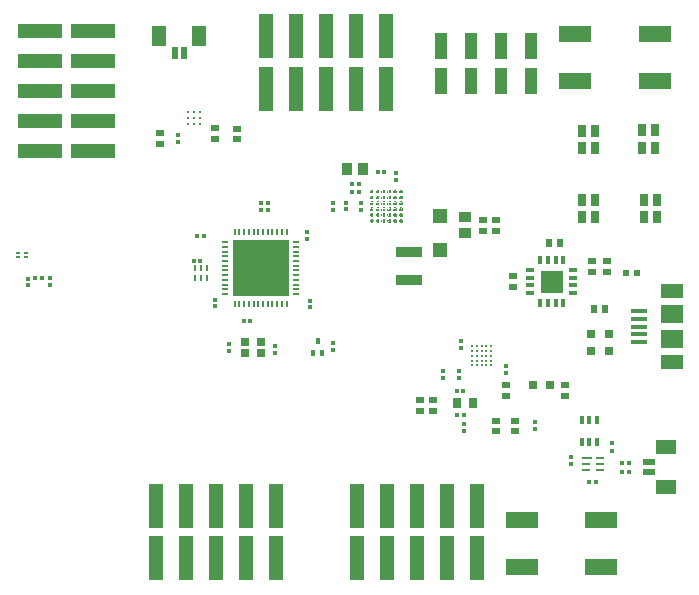
<source format=gtp>
G04 Layer_Color=8421504*
%FSLAX25Y25*%
%MOIN*%
G70*
G01*
G75*
%ADD10R,0.10827X0.05512*%
%ADD11R,0.01181X0.01378*%
%ADD12R,0.01378X0.01181*%
%ADD13R,0.03150X0.03150*%
%ADD14R,0.05000X0.15000*%
%ADD15R,0.15000X0.05000*%
%ADD16R,0.01969X0.04331*%
%ADD17R,0.04724X0.06693*%
%ADD18R,0.02362X0.02520*%
%ADD19R,0.02520X0.02362*%
%ADD20R,0.03150X0.03937*%
%ADD21R,0.01260X0.01260*%
%ADD22R,0.01260X0.01260*%
%ADD23R,0.03937X0.03543*%
%ADD27R,0.00984X0.02165*%
G04:AMPARAMS|DCode=28|XSize=9mil|YSize=9mil|CornerRadius=4.5mil|HoleSize=0mil|Usage=FLASHONLY|Rotation=0.000|XOffset=0mil|YOffset=0mil|HoleType=Round|Shape=RoundedRectangle|*
%AMROUNDEDRECTD28*
21,1,0.00900,0.00000,0,0,0.0*
21,1,0.00000,0.00900,0,0,0.0*
1,1,0.00900,0.00000,0.00000*
1,1,0.00900,0.00000,0.00000*
1,1,0.00900,0.00000,0.00000*
1,1,0.00900,0.00000,0.00000*
%
%ADD28ROUNDEDRECTD28*%
%ADD29C,0.01083*%
%ADD31R,0.04331X0.01969*%
%ADD32R,0.06693X0.04724*%
%ADD33R,0.03543X0.03937*%
%ADD34R,0.02795X0.03622*%
%ADD35R,0.09055X0.03347*%
%ADD36R,0.04016X0.08622*%
%ADD37R,0.01181X0.02835*%
%ADD38R,0.02835X0.01181*%
%ADD40O,0.02559X0.00787*%
%ADD41O,0.00787X0.02559*%
%ADD42R,0.18504X0.18504*%
%ADD43R,0.02165X0.02362*%
%ADD44R,0.01575X0.02598*%
%ADD45R,0.04724X0.04921*%
%ADD46R,0.03347X0.01102*%
%ADD47R,0.02953X0.01102*%
%ADD48R,0.01417X0.01969*%
%ADD49R,0.01575X0.01969*%
%ADD50R,0.07480X0.04724*%
%ADD51R,0.05315X0.01575*%
%ADD52R,0.07480X0.06299*%
%ADD53R,0.02953X0.02559*%
%ADD75C,0.00197*%
%ADD76R,0.01181X0.00984*%
%ADD77R,0.00591X0.00197*%
%ADD78R,0.00197X0.00591*%
%ADD79R,0.00591X0.00591*%
%ADD80R,0.00591X0.00197*%
%ADD81R,0.00197X0.00591*%
%ADD82R,0.00197X0.00591*%
%ADD83R,0.00591X0.00591*%
%ADD84R,0.00197X0.00591*%
%ADD85R,0.07480X0.07480*%
%ADD86C,0.00000*%
D10*
X200787Y10726D02*
D03*
Y26474D02*
D03*
X174213Y10726D02*
D03*
Y26474D02*
D03*
X191913Y188474D02*
D03*
Y172726D02*
D03*
X218487Y188474D02*
D03*
Y172726D02*
D03*
D11*
X198981Y39073D02*
D03*
X196619D02*
D03*
X154881Y61423D02*
D03*
X152519D02*
D03*
X207619Y45573D02*
D03*
X209981D02*
D03*
X14381Y106998D02*
D03*
X12019D02*
D03*
D12*
X190800Y47435D02*
D03*
Y45073D02*
D03*
X204300Y51935D02*
D03*
Y49573D02*
D03*
X154100Y83742D02*
D03*
Y86104D02*
D03*
X155000Y56042D02*
D03*
Y58404D02*
D03*
X153200Y73761D02*
D03*
Y76123D02*
D03*
X168900Y75323D02*
D03*
Y77685D02*
D03*
X132200Y139619D02*
D03*
Y141981D02*
D03*
X111179Y129803D02*
D03*
Y132165D02*
D03*
X59500Y152419D02*
D03*
Y154781D02*
D03*
X111200Y83119D02*
D03*
Y85481D02*
D03*
X178500Y56719D02*
D03*
Y59081D02*
D03*
X89700Y129819D02*
D03*
Y132181D02*
D03*
X87200Y129819D02*
D03*
Y132181D02*
D03*
X147900Y76204D02*
D03*
Y73842D02*
D03*
D13*
X197247Y88373D02*
D03*
X203153D02*
D03*
X183753Y71523D02*
D03*
X177847D02*
D03*
X197247Y82873D02*
D03*
X203153D02*
D03*
D14*
X92400Y31150D02*
D03*
Y13650D02*
D03*
X82400Y31150D02*
D03*
Y13650D02*
D03*
X72400Y31150D02*
D03*
Y13650D02*
D03*
X62400Y31150D02*
D03*
Y13650D02*
D03*
X52400Y31150D02*
D03*
Y13650D02*
D03*
X89000Y170250D02*
D03*
Y187750D02*
D03*
X99000Y170250D02*
D03*
Y187750D02*
D03*
X109000Y170250D02*
D03*
Y187750D02*
D03*
X119000Y170250D02*
D03*
Y187750D02*
D03*
X129000Y170250D02*
D03*
Y187750D02*
D03*
X159400Y31150D02*
D03*
Y13650D02*
D03*
X149400Y31150D02*
D03*
Y13650D02*
D03*
X139400Y31150D02*
D03*
Y13650D02*
D03*
X129400Y31150D02*
D03*
Y13650D02*
D03*
X119400Y31150D02*
D03*
Y13650D02*
D03*
D15*
X31150Y149500D02*
D03*
X13650D02*
D03*
X31150Y159500D02*
D03*
X13650D02*
D03*
X31150Y169500D02*
D03*
X13650D02*
D03*
X31150Y179500D02*
D03*
X13650D02*
D03*
X31150Y189500D02*
D03*
X13650D02*
D03*
D16*
X58525Y182100D02*
D03*
X61675D02*
D03*
D17*
X66793Y187612D02*
D03*
X53407D02*
D03*
D18*
X183389Y118873D02*
D03*
X187011D02*
D03*
X202011Y96873D02*
D03*
X198389D02*
D03*
D19*
X188800Y67912D02*
D03*
Y71534D02*
D03*
X197700Y112684D02*
D03*
Y109062D02*
D03*
X202700Y112684D02*
D03*
Y109062D02*
D03*
X140400Y62912D02*
D03*
Y66534D02*
D03*
X144700Y62912D02*
D03*
Y66534D02*
D03*
X172100Y55962D02*
D03*
Y59584D02*
D03*
X169100Y67812D02*
D03*
Y71434D02*
D03*
X165500Y55962D02*
D03*
Y59584D02*
D03*
X53500Y151889D02*
D03*
Y155511D02*
D03*
X79300Y153289D02*
D03*
Y156911D02*
D03*
X72000Y153389D02*
D03*
Y157011D02*
D03*
X165700Y122889D02*
D03*
Y126511D02*
D03*
X161200Y122889D02*
D03*
Y126511D02*
D03*
X171200Y104062D02*
D03*
Y107684D02*
D03*
D20*
X219165Y133253D02*
D03*
X219165Y127347D02*
D03*
X214835Y127347D02*
D03*
X214835Y133253D02*
D03*
X198665Y156253D02*
D03*
X198665Y150347D02*
D03*
X194335Y150347D02*
D03*
X194335Y156253D02*
D03*
X198665Y133253D02*
D03*
X198665Y127347D02*
D03*
X194335Y127347D02*
D03*
X194335Y133253D02*
D03*
X218665Y156353D02*
D03*
X218665Y150447D02*
D03*
X214335Y150447D02*
D03*
X214335Y156353D02*
D03*
D21*
X154802Y69323D02*
D03*
X152598D02*
D03*
X128402Y142300D02*
D03*
X126198D02*
D03*
X117676Y135784D02*
D03*
X119881D02*
D03*
X117676Y138484D02*
D03*
X119881D02*
D03*
X64898Y112800D02*
D03*
X67102D02*
D03*
X66098Y121200D02*
D03*
X68302D02*
D03*
X83802Y92900D02*
D03*
X81598D02*
D03*
X209902Y42573D02*
D03*
X207698D02*
D03*
D22*
X120479Y132087D02*
D03*
Y129882D02*
D03*
X115779Y129982D02*
D03*
Y132187D02*
D03*
X102500Y122402D02*
D03*
Y120198D02*
D03*
X9600Y104695D02*
D03*
Y106900D02*
D03*
X17000Y104795D02*
D03*
Y107000D02*
D03*
X72000Y97698D02*
D03*
Y99902D02*
D03*
X103700Y97298D02*
D03*
Y99502D02*
D03*
X91900Y82098D02*
D03*
Y84302D02*
D03*
X76700Y85002D02*
D03*
Y82798D02*
D03*
D23*
X155400Y122043D02*
D03*
Y127357D02*
D03*
D27*
X65211Y106957D02*
D03*
X67180D02*
D03*
X69148D02*
D03*
Y110303D02*
D03*
X67180D02*
D03*
X65211D02*
D03*
D28*
X157676Y82698D02*
D03*
Y84272D02*
D03*
X159250D02*
D03*
Y82698D02*
D03*
X160825D02*
D03*
X157676Y81123D02*
D03*
X160825D02*
D03*
X157676Y79548D02*
D03*
Y77973D02*
D03*
X159250Y81123D02*
D03*
Y79548D02*
D03*
X160825D02*
D03*
X159250Y77973D02*
D03*
X160825D02*
D03*
X162400Y84272D02*
D03*
X160825D02*
D03*
X162400Y81123D02*
D03*
Y82698D02*
D03*
X163975Y84272D02*
D03*
Y81123D02*
D03*
Y82698D02*
D03*
X162400Y79548D02*
D03*
Y77973D02*
D03*
X163975Y79548D02*
D03*
Y77973D02*
D03*
D29*
X64900Y162268D02*
D03*
X62931D02*
D03*
Y160300D02*
D03*
X64900D02*
D03*
X62931Y158332D02*
D03*
X64900D02*
D03*
X66868Y162268D02*
D03*
Y160300D02*
D03*
Y158332D02*
D03*
D31*
X216800Y45648D02*
D03*
Y42498D02*
D03*
D32*
X222312Y37380D02*
D03*
Y50766D02*
D03*
D33*
X116121Y143284D02*
D03*
X121436D02*
D03*
D34*
X152544Y65423D02*
D03*
X158056D02*
D03*
D35*
X136779Y106557D02*
D03*
Y115612D02*
D03*
D36*
X167200Y172832D02*
D03*
Y184368D02*
D03*
X157200D02*
D03*
Y172832D02*
D03*
X147200Y184368D02*
D03*
Y172832D02*
D03*
X177200D02*
D03*
Y184368D02*
D03*
D37*
X180361Y113058D02*
D03*
X182921D02*
D03*
X185479D02*
D03*
X188039D02*
D03*
Y98688D02*
D03*
X185479D02*
D03*
X182921D02*
D03*
X180361D02*
D03*
D38*
X191385Y109712D02*
D03*
Y107153D02*
D03*
Y104594D02*
D03*
Y102035D02*
D03*
X177015D02*
D03*
Y104594D02*
D03*
Y107153D02*
D03*
Y109712D02*
D03*
D40*
X99110Y101739D02*
D03*
Y103313D02*
D03*
Y104888D02*
D03*
Y106463D02*
D03*
Y108038D02*
D03*
Y109613D02*
D03*
Y111187D02*
D03*
Y112762D02*
D03*
Y114337D02*
D03*
Y115912D02*
D03*
Y117487D02*
D03*
Y119061D02*
D03*
X75291D02*
D03*
Y117487D02*
D03*
Y115912D02*
D03*
Y114337D02*
D03*
Y112762D02*
D03*
Y111187D02*
D03*
Y109613D02*
D03*
Y108038D02*
D03*
Y106463D02*
D03*
Y104888D02*
D03*
Y103313D02*
D03*
Y101739D02*
D03*
D41*
X95861Y122309D02*
D03*
X94287D02*
D03*
X92712D02*
D03*
X91137D02*
D03*
X89562D02*
D03*
X87987D02*
D03*
X86413D02*
D03*
X84838D02*
D03*
X83263D02*
D03*
X81688D02*
D03*
X80113D02*
D03*
X78539D02*
D03*
Y98491D02*
D03*
X80113D02*
D03*
X81688D02*
D03*
X83263D02*
D03*
X84838D02*
D03*
X86413D02*
D03*
X87987D02*
D03*
X89562D02*
D03*
X91137D02*
D03*
X92712D02*
D03*
X94287D02*
D03*
X95861D02*
D03*
D42*
X87200Y110400D02*
D03*
D43*
X212570Y108873D02*
D03*
X208830D02*
D03*
D44*
X194241Y52431D02*
D03*
X196800D02*
D03*
X199359D02*
D03*
Y59715D02*
D03*
X196800D02*
D03*
X194241D02*
D03*
D45*
X146979Y127893D02*
D03*
Y116476D02*
D03*
D46*
X195997Y47010D02*
D03*
D47*
X195800Y45042D02*
D03*
Y43073D02*
D03*
X200327Y47010D02*
D03*
Y45042D02*
D03*
Y43073D02*
D03*
D48*
X104625Y82231D02*
D03*
X107775D02*
D03*
D49*
X106200Y86168D02*
D03*
D50*
X224200Y102684D02*
D03*
X224200Y79062D02*
D03*
D51*
X213174Y85755D02*
D03*
X213174Y88314D02*
D03*
Y90873D02*
D03*
Y93432D02*
D03*
Y95991D02*
D03*
D52*
X224200Y95007D02*
D03*
Y86739D02*
D03*
D53*
X82141Y81932D02*
D03*
X87259D02*
D03*
X82141Y85869D02*
D03*
X87259D02*
D03*
D75*
X133903Y126258D02*
G03*
X133903Y126258I-98J0D01*
G01*
X134494Y125668D02*
G03*
X134494Y125668I-98J0D01*
G01*
Y126258D02*
G03*
X134494Y126258I-98J0D01*
G01*
X133903Y125668D02*
G03*
X133903Y125668I-98J0D01*
G01*
X131935Y126258D02*
G03*
X131935Y126258I-98J0D01*
G01*
X132525Y125668D02*
G03*
X132525Y125668I-98J0D01*
G01*
Y126258D02*
G03*
X132525Y126258I-98J0D01*
G01*
X131935Y125668D02*
G03*
X131935Y125668I-98J0D01*
G01*
X129966Y126258D02*
G03*
X129966Y126258I-98J0D01*
G01*
X130557Y125668D02*
G03*
X130557Y125668I-98J0D01*
G01*
Y126258D02*
G03*
X130557Y126258I-98J0D01*
G01*
X129966Y125668D02*
G03*
X129966Y125668I-98J0D01*
G01*
X127998Y126258D02*
G03*
X127998Y126258I-98J0D01*
G01*
X128588Y125668D02*
G03*
X128588Y125668I-98J0D01*
G01*
Y126258D02*
G03*
X128588Y126258I-98J0D01*
G01*
X127998Y125668D02*
G03*
X127998Y125668I-98J0D01*
G01*
X126029Y126258D02*
G03*
X126029Y126258I-98J0D01*
G01*
X126620Y125668D02*
G03*
X126620Y125668I-98J0D01*
G01*
Y126258D02*
G03*
X126620Y126258I-98J0D01*
G01*
X126029Y125668D02*
G03*
X126029Y125668I-98J0D01*
G01*
X124061Y126258D02*
G03*
X124061Y126258I-98J0D01*
G01*
X124651Y125668D02*
G03*
X124651Y125668I-98J0D01*
G01*
Y126258D02*
G03*
X124651Y126258I-98J0D01*
G01*
X124061Y125668D02*
G03*
X124061Y125668I-98J0D01*
G01*
X133903Y128227D02*
G03*
X133903Y128227I-98J0D01*
G01*
X134494Y127636D02*
G03*
X134494Y127636I-98J0D01*
G01*
Y128227D02*
G03*
X134494Y128227I-98J0D01*
G01*
X133903Y127636D02*
G03*
X133903Y127636I-98J0D01*
G01*
X131935Y128227D02*
G03*
X131935Y128227I-98J0D01*
G01*
X132525Y127636D02*
G03*
X132525Y127636I-98J0D01*
G01*
Y128227D02*
G03*
X132525Y128227I-98J0D01*
G01*
X131935Y127636D02*
G03*
X131935Y127636I-98J0D01*
G01*
X129966Y128227D02*
G03*
X129966Y128227I-98J0D01*
G01*
X130557Y127636D02*
G03*
X130557Y127636I-98J0D01*
G01*
Y128227D02*
G03*
X130557Y128227I-98J0D01*
G01*
X129966Y127636D02*
G03*
X129966Y127636I-98J0D01*
G01*
X127998Y128227D02*
G03*
X127998Y128227I-98J0D01*
G01*
X128588Y127636D02*
G03*
X128588Y127636I-98J0D01*
G01*
Y128227D02*
G03*
X128588Y128227I-98J0D01*
G01*
X127998Y127636D02*
G03*
X127998Y127636I-98J0D01*
G01*
X126029Y128227D02*
G03*
X126029Y128227I-98J0D01*
G01*
X126620Y127636D02*
G03*
X126620Y127636I-98J0D01*
G01*
Y128227D02*
G03*
X126620Y128227I-98J0D01*
G01*
X126029Y127636D02*
G03*
X126029Y127636I-98J0D01*
G01*
X124061Y128227D02*
G03*
X124061Y128227I-98J0D01*
G01*
X124651Y127636D02*
G03*
X124651Y127636I-98J0D01*
G01*
Y128227D02*
G03*
X124651Y128227I-98J0D01*
G01*
X124061Y127636D02*
G03*
X124061Y127636I-98J0D01*
G01*
X133903Y130195D02*
G03*
X133903Y130195I-98J0D01*
G01*
X134494Y129605D02*
G03*
X134494Y129605I-98J0D01*
G01*
Y130195D02*
G03*
X134494Y130195I-98J0D01*
G01*
X133903Y129605D02*
G03*
X133903Y129605I-98J0D01*
G01*
X131935Y130195D02*
G03*
X131935Y130195I-98J0D01*
G01*
X132525Y129605D02*
G03*
X132525Y129605I-98J0D01*
G01*
Y130195D02*
G03*
X132525Y130195I-98J0D01*
G01*
X131935Y129605D02*
G03*
X131935Y129605I-98J0D01*
G01*
X129966Y130195D02*
G03*
X129966Y130195I-98J0D01*
G01*
X130557Y129605D02*
G03*
X130557Y129605I-98J0D01*
G01*
Y130195D02*
G03*
X130557Y130195I-98J0D01*
G01*
X129966Y129605D02*
G03*
X129966Y129605I-98J0D01*
G01*
X127998Y130195D02*
G03*
X127998Y130195I-98J0D01*
G01*
X128588Y129605D02*
G03*
X128588Y129605I-98J0D01*
G01*
Y130195D02*
G03*
X128588Y130195I-98J0D01*
G01*
X127998Y129605D02*
G03*
X127998Y129605I-98J0D01*
G01*
X126029Y130195D02*
G03*
X126029Y130195I-98J0D01*
G01*
X126620Y129605D02*
G03*
X126620Y129605I-98J0D01*
G01*
Y130195D02*
G03*
X126620Y130195I-98J0D01*
G01*
X126029Y129605D02*
G03*
X126029Y129605I-98J0D01*
G01*
X124061Y130195D02*
G03*
X124061Y130195I-98J0D01*
G01*
X124651Y129605D02*
G03*
X124651Y129605I-98J0D01*
G01*
Y130195D02*
G03*
X124651Y130195I-98J0D01*
G01*
X124061Y129605D02*
G03*
X124061Y129605I-98J0D01*
G01*
X133903Y132164D02*
G03*
X133903Y132164I-98J0D01*
G01*
X134494Y131573D02*
G03*
X134494Y131573I-98J0D01*
G01*
Y132164D02*
G03*
X134494Y132164I-98J0D01*
G01*
X133903Y131573D02*
G03*
X133903Y131573I-98J0D01*
G01*
X131935Y132164D02*
G03*
X131935Y132164I-98J0D01*
G01*
X132525Y131573D02*
G03*
X132525Y131573I-98J0D01*
G01*
Y132164D02*
G03*
X132525Y132164I-98J0D01*
G01*
X131935Y131573D02*
G03*
X131935Y131573I-98J0D01*
G01*
X129966Y132164D02*
G03*
X129966Y132164I-98J0D01*
G01*
X130557Y131573D02*
G03*
X130557Y131573I-98J0D01*
G01*
Y132164D02*
G03*
X130557Y132164I-98J0D01*
G01*
X129966Y131573D02*
G03*
X129966Y131573I-98J0D01*
G01*
X127998Y132164D02*
G03*
X127998Y132164I-98J0D01*
G01*
X128588Y131573D02*
G03*
X128588Y131573I-98J0D01*
G01*
Y132164D02*
G03*
X128588Y132164I-98J0D01*
G01*
X127998Y131573D02*
G03*
X127998Y131573I-98J0D01*
G01*
X126029Y132164D02*
G03*
X126029Y132164I-98J0D01*
G01*
X126620Y131573D02*
G03*
X126620Y131573I-98J0D01*
G01*
Y132164D02*
G03*
X126620Y132164I-98J0D01*
G01*
X126029Y131573D02*
G03*
X126029Y131573I-98J0D01*
G01*
X124061Y132164D02*
G03*
X124061Y132164I-98J0D01*
G01*
X124651Y131573D02*
G03*
X124651Y131573I-98J0D01*
G01*
Y132164D02*
G03*
X124651Y132164I-98J0D01*
G01*
X124061Y131573D02*
G03*
X124061Y131573I-98J0D01*
G01*
X133903Y134132D02*
G03*
X133903Y134132I-98J0D01*
G01*
X134494Y133542D02*
G03*
X134494Y133542I-98J0D01*
G01*
Y134132D02*
G03*
X134494Y134132I-98J0D01*
G01*
X133903Y133542D02*
G03*
X133903Y133542I-98J0D01*
G01*
X131935Y134132D02*
G03*
X131935Y134132I-98J0D01*
G01*
X132525Y133542D02*
G03*
X132525Y133542I-98J0D01*
G01*
Y134132D02*
G03*
X132525Y134132I-98J0D01*
G01*
X131935Y133542D02*
G03*
X131935Y133542I-98J0D01*
G01*
X129966Y134132D02*
G03*
X129966Y134132I-98J0D01*
G01*
X130557Y133542D02*
G03*
X130557Y133542I-98J0D01*
G01*
Y134132D02*
G03*
X130557Y134132I-98J0D01*
G01*
X129966Y133542D02*
G03*
X129966Y133542I-98J0D01*
G01*
X127998Y134132D02*
G03*
X127998Y134132I-98J0D01*
G01*
X128588Y133542D02*
G03*
X128588Y133542I-98J0D01*
G01*
Y134132D02*
G03*
X128588Y134132I-98J0D01*
G01*
X127998Y133542D02*
G03*
X127998Y133542I-98J0D01*
G01*
X126029Y134132D02*
G03*
X126029Y134132I-98J0D01*
G01*
X126620Y133542D02*
G03*
X126620Y133542I-98J0D01*
G01*
Y134132D02*
G03*
X126620Y134132I-98J0D01*
G01*
X126029Y133542D02*
G03*
X126029Y133542I-98J0D01*
G01*
X124061Y134132D02*
G03*
X124061Y134132I-98J0D01*
G01*
X124651Y133542D02*
G03*
X124651Y133542I-98J0D01*
G01*
Y134132D02*
G03*
X124651Y134132I-98J0D01*
G01*
X124061Y133542D02*
G03*
X124061Y133542I-98J0D01*
G01*
X133903Y136101D02*
G03*
X133903Y136101I-98J0D01*
G01*
X134494Y135510D02*
G03*
X134494Y135510I-98J0D01*
G01*
Y136101D02*
G03*
X134494Y136101I-98J0D01*
G01*
X133903Y135510D02*
G03*
X133903Y135510I-98J0D01*
G01*
X131935Y136101D02*
G03*
X131935Y136101I-98J0D01*
G01*
X132525Y135510D02*
G03*
X132525Y135510I-98J0D01*
G01*
Y136101D02*
G03*
X132525Y136101I-98J0D01*
G01*
X131935Y135510D02*
G03*
X131935Y135510I-98J0D01*
G01*
X129966Y136101D02*
G03*
X129966Y136101I-98J0D01*
G01*
X130557Y135510D02*
G03*
X130557Y135510I-98J0D01*
G01*
Y136101D02*
G03*
X130557Y136101I-98J0D01*
G01*
X129966Y135510D02*
G03*
X129966Y135510I-98J0D01*
G01*
X127998Y136101D02*
G03*
X127998Y136101I-98J0D01*
G01*
X128588Y135510D02*
G03*
X128588Y135510I-98J0D01*
G01*
Y136101D02*
G03*
X128588Y136101I-98J0D01*
G01*
X127998Y135510D02*
G03*
X127998Y135510I-98J0D01*
G01*
X126029Y136101D02*
G03*
X126029Y136101I-98J0D01*
G01*
X126620Y135510D02*
G03*
X126620Y135510I-98J0D01*
G01*
Y136101D02*
G03*
X126620Y136101I-98J0D01*
G01*
X126029Y135510D02*
G03*
X126029Y135510I-98J0D01*
G01*
X124061Y136101D02*
G03*
X124061Y136101I-98J0D01*
G01*
X124651Y135510D02*
G03*
X124651Y135510I-98J0D01*
G01*
Y136101D02*
G03*
X124651Y136101I-98J0D01*
G01*
X124061Y135510D02*
G03*
X124061Y135510I-98J0D01*
G01*
D76*
X6454Y115526D02*
D03*
X6454Y114148D02*
D03*
X8816Y114148D02*
D03*
X8816Y115526D02*
D03*
D77*
X134100Y125569D02*
D03*
X134100Y126357D02*
D03*
X124257Y125569D02*
D03*
X124258Y126357D02*
D03*
X134100Y127538D02*
D03*
Y128325D02*
D03*
X124258Y127538D02*
D03*
Y128325D02*
D03*
X134100Y129506D02*
D03*
Y130294D02*
D03*
X124258Y129506D02*
D03*
Y130294D02*
D03*
X134100Y131475D02*
D03*
Y132262D02*
D03*
X124257Y131475D02*
D03*
Y132262D02*
D03*
X134100Y133443D02*
D03*
Y134231D02*
D03*
X124257Y133443D02*
D03*
Y134231D02*
D03*
X134100Y135412D02*
D03*
X134100Y136199D02*
D03*
X124257Y135412D02*
D03*
X124258Y136199D02*
D03*
D78*
X134494Y125963D02*
D03*
X133706Y125963D02*
D03*
X132525D02*
D03*
X131738D02*
D03*
X130557D02*
D03*
X129769D02*
D03*
X128588D02*
D03*
X126620D02*
D03*
X124651D02*
D03*
X134494Y127932D02*
D03*
X133706Y127931D02*
D03*
X132525D02*
D03*
X131738D02*
D03*
X130557D02*
D03*
X129769D02*
D03*
X128588D02*
D03*
X126620D02*
D03*
X124651D02*
D03*
X134494Y129900D02*
D03*
X133706Y129900D02*
D03*
X132525D02*
D03*
X131738D02*
D03*
X130557D02*
D03*
X129769D02*
D03*
X128588D02*
D03*
X126620D02*
D03*
X124651D02*
D03*
X134494Y131868D02*
D03*
X132525Y131869D02*
D03*
X130557D02*
D03*
X128588D02*
D03*
X126620D02*
D03*
X124651D02*
D03*
X134494Y133837D02*
D03*
X132525Y133837D02*
D03*
X130557D02*
D03*
X128588D02*
D03*
X126620D02*
D03*
X124651D02*
D03*
D79*
X134100Y125963D02*
D03*
X132131Y125963D02*
D03*
X130163D02*
D03*
X128195Y125963D02*
D03*
X126226D02*
D03*
X124258Y125963D02*
D03*
X134100Y135806D02*
D03*
X132131Y135805D02*
D03*
X130163D02*
D03*
X128195Y135805D02*
D03*
X126226D02*
D03*
X124258Y135806D02*
D03*
D80*
X132131Y125569D02*
D03*
Y126357D02*
D03*
X130163Y125569D02*
D03*
Y126357D02*
D03*
X128194Y125569D02*
D03*
Y126357D02*
D03*
X126226Y125569D02*
D03*
Y126357D02*
D03*
X132131Y127538D02*
D03*
Y128325D02*
D03*
X130163Y127538D02*
D03*
Y128325D02*
D03*
X128194Y127538D02*
D03*
Y128325D02*
D03*
X126226Y127538D02*
D03*
Y128325D02*
D03*
X132131Y129506D02*
D03*
Y130294D02*
D03*
X130163Y129506D02*
D03*
Y130294D02*
D03*
X128194Y129506D02*
D03*
Y130294D02*
D03*
X126226Y129506D02*
D03*
Y130294D02*
D03*
X132131Y131475D02*
D03*
Y132262D02*
D03*
X130163Y131475D02*
D03*
Y132262D02*
D03*
X128194Y131475D02*
D03*
Y132262D02*
D03*
X126226Y131475D02*
D03*
Y132262D02*
D03*
X132131Y133443D02*
D03*
Y134231D02*
D03*
X130163Y133443D02*
D03*
Y134231D02*
D03*
X128194Y133443D02*
D03*
Y134231D02*
D03*
X126226Y133443D02*
D03*
Y134231D02*
D03*
X132131Y135412D02*
D03*
Y136199D02*
D03*
X130163Y135412D02*
D03*
Y136199D02*
D03*
X128194Y135412D02*
D03*
Y136199D02*
D03*
X126226Y135412D02*
D03*
Y136199D02*
D03*
D81*
X127801Y125963D02*
D03*
X125832D02*
D03*
X127801Y127931D02*
D03*
X125832D02*
D03*
X127801Y129900D02*
D03*
X125832D02*
D03*
X123864Y131869D02*
D03*
Y133837D02*
D03*
D82*
X123864Y125963D02*
D03*
Y127931D02*
D03*
Y129900D02*
D03*
X127801Y131869D02*
D03*
X125832D02*
D03*
X127801Y133837D02*
D03*
X125832D02*
D03*
D83*
X134100Y127932D02*
D03*
X132131Y127931D02*
D03*
X130163D02*
D03*
X128194D02*
D03*
X126226D02*
D03*
X124258Y127932D02*
D03*
X134100Y129900D02*
D03*
X132131Y129900D02*
D03*
X130163D02*
D03*
X128194D02*
D03*
X126226D02*
D03*
X124258Y129900D02*
D03*
X134100Y131868D02*
D03*
X132131Y131869D02*
D03*
X130163D02*
D03*
X128194D02*
D03*
X126226D02*
D03*
X124257Y131868D02*
D03*
X134100Y133837D02*
D03*
X132131Y133837D02*
D03*
X130163D02*
D03*
X128194D02*
D03*
X126226D02*
D03*
X124257Y133837D02*
D03*
D84*
X133706Y131869D02*
D03*
X131738D02*
D03*
X129769D02*
D03*
X133706Y133837D02*
D03*
X131738D02*
D03*
X129769D02*
D03*
X134492Y135806D02*
D03*
X133706Y135805D02*
D03*
X132525D02*
D03*
X131738D02*
D03*
X130557D02*
D03*
X129769D02*
D03*
X128588Y135805D02*
D03*
X127801D02*
D03*
X126620D02*
D03*
X125832D02*
D03*
X124651D02*
D03*
X123864Y135805D02*
D03*
D85*
X184200Y105873D02*
D03*
D86*
X134100Y125963D02*
D03*
X132132D02*
D03*
X130163D02*
D03*
X128194D02*
D03*
X126226D02*
D03*
X124258D02*
D03*
X134100Y127931D02*
D03*
X132132D02*
D03*
X130163D02*
D03*
X128194D02*
D03*
X126226D02*
D03*
X124258D02*
D03*
X134100Y129900D02*
D03*
X132132D02*
D03*
X130163D02*
D03*
X128194D02*
D03*
X126226D02*
D03*
X124258D02*
D03*
X134100Y131869D02*
D03*
X132132D02*
D03*
X130163D02*
D03*
X128194D02*
D03*
X126226D02*
D03*
X124258D02*
D03*
X134100Y133837D02*
D03*
X132132D02*
D03*
X130163D02*
D03*
X128194D02*
D03*
X126226D02*
D03*
X124258D02*
D03*
X134100Y135805D02*
D03*
X132132D02*
D03*
X130163D02*
D03*
X128194D02*
D03*
X126226D02*
D03*
X124258D02*
D03*
M02*

</source>
